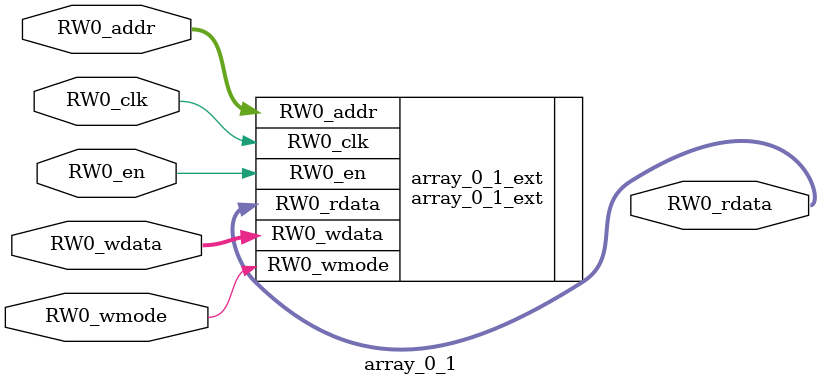
<source format=sv>
`ifndef RANDOMIZE
  `ifdef RANDOMIZE_MEM_INIT
    `define RANDOMIZE
  `endif // RANDOMIZE_MEM_INIT
`endif // not def RANDOMIZE
`ifndef RANDOMIZE
  `ifdef RANDOMIZE_REG_INIT
    `define RANDOMIZE
  `endif // RANDOMIZE_REG_INIT
`endif // not def RANDOMIZE

`ifndef RANDOM
  `define RANDOM $random
`endif // not def RANDOM

// Users can define INIT_RANDOM as general code that gets injected into the
// initializer block for modules with registers.
`ifndef INIT_RANDOM
  `define INIT_RANDOM
`endif // not def INIT_RANDOM

// If using random initialization, you can also define RANDOMIZE_DELAY to
// customize the delay used, otherwise 0.002 is used.
`ifndef RANDOMIZE_DELAY
  `define RANDOMIZE_DELAY 0.002
`endif // not def RANDOMIZE_DELAY

// Define INIT_RANDOM_PROLOG_ for use in our modules below.
`ifndef INIT_RANDOM_PROLOG_
  `ifdef RANDOMIZE
    `ifdef VERILATOR
      `define INIT_RANDOM_PROLOG_ `INIT_RANDOM
    `else  // VERILATOR
      `define INIT_RANDOM_PROLOG_ `INIT_RANDOM #`RANDOMIZE_DELAY begin end
    `endif // VERILATOR
  `else  // RANDOMIZE
    `define INIT_RANDOM_PROLOG_
  `endif // RANDOMIZE
`endif // not def INIT_RANDOM_PROLOG_

// Include register initializers in init blocks unless synthesis is set
`ifndef SYNTHESIS
  `ifndef ENABLE_INITIAL_REG_
    `define ENABLE_INITIAL_REG_
  `endif // not def ENABLE_INITIAL_REG_
`endif // not def SYNTHESIS

// Include rmemory initializers in init blocks unless synthesis is set
`ifndef SYNTHESIS
  `ifndef ENABLE_INITIAL_MEM_
    `define ENABLE_INITIAL_MEM_
  `endif // not def ENABLE_INITIAL_MEM_
`endif // not def SYNTHESIS

module array_0_1(
  input  [7:0]  RW0_addr,
  input         RW0_en,
  input         RW0_clk,
  input         RW0_wmode,
  input  [71:0] RW0_wdata,
  output [71:0] RW0_rdata
);

  array_0_1_ext array_0_1_ext (
    .RW0_addr  (RW0_addr),
    .RW0_en    (RW0_en),
    .RW0_clk   (RW0_clk),
    .RW0_wmode (RW0_wmode),
    .RW0_wdata (RW0_wdata),
    .RW0_rdata (RW0_rdata)
  );
endmodule


</source>
